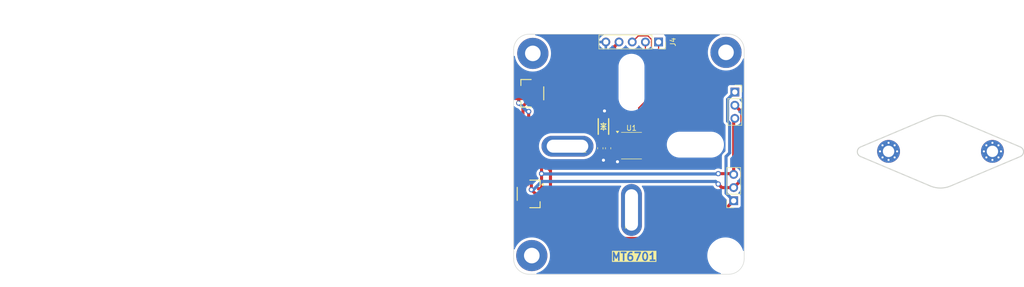
<source format=kicad_pcb>
(kicad_pcb (version 20240108) (generator "pcbnew") (generator_version "8.0")
  (layers (0 "F.Cu" signal) (31 "B.Cu" signal) (34 "B.Paste" user) (35 "F.Paste" user) (36 "B.SilkS" user "B.Silkscreen") (37 "F.SilkS" user "F.Silkscreen") (38 "B.Mask" user) (39 "F.Mask" user) (44 "Edge.Cuts" user))
  (net 0 "")
  (net 1 "GND")
  (net 2 "+3V3")
  (net 3 "/W")
  (net 4 "/V")
  (net 5 "/U")
  (net 6 "/CLK")
  (net 7 "/DO")
  (net 9 "/CSN")
  (footprint "Connector_PinSocket_2.54mm:PinSocket_1x03_P2.54mm_Vertical" (layer "F.Cu") (at 160.7 63.26)
    (property "Reference" "J2" (hide yes))
    (property "Value" "Conn_01x03")
    (fp_line (start -1.33 1.27) (end -1.33 6.41) (stroke (width 0.12)) (layer "F.SilkS"))
    (fp_line (start -1.33 1.27) (end 1.33 1.27) (stroke (width 0.12)) (layer "F.SilkS"))
    (fp_line (start -1.33 6.41) (end 1.33 6.41) (stroke (width 0.12)) (layer "F.SilkS"))
    (fp_line (start 0 -1.33) (end 1.33 -1.33) (stroke (width 0.12)) (layer "F.SilkS"))
    (fp_line (start 1.33 -1.33) (end 1.33 0) (stroke (width 0.12)) (layer "F.SilkS"))
    (fp_line (start 1.33 1.27) (end 1.33 6.41) (stroke (width 0.12)) (layer "F.SilkS"))
    (pad "1" thru_hole rect (at 0 0) (size 1.7 1.7) (drill 1) (layers "*.Cu" "*.Mask") (net 3 "/W"))
    (pad "2" thru_hole oval (at 0 2.54) (size 1.7 1.7) (drill 1) (layers "*.Cu" "*.Mask") (net 4 "/V"))
    (pad "3" thru_hole oval (at 0 5.08) (size 1.7 1.7) (drill 1) (layers "*.Cu" "*.Mask") (net 5 "/U"))
  )
  (footprint "dp:CONN-SMD_AFC10-S03QCA-00" (layer "F.Cu") (at 121.09 63.5 -90)
    (property "Reference" "J6" (hide yes))
    (property "Value" "Conn_01x03")
    (fp_line (start -2.66 1.592) (end -2.66 -0.391) (stroke (width 0.2)) (layer "F.SilkS"))
    (fp_line (start -1.504 1.592) (end -2.66 1.592) (stroke (width 0.2)) (layer "F.SilkS"))
    (fp_line (start 2.66 1.592) (end 1.504 1.592) (stroke (width 0.2)) (layer "F.SilkS"))
    (fp_line (start 2.66 1.592) (end 2.66 -0.391) (stroke (width 0.2)) (layer "F.SilkS"))
    (fp_line (start 1.26 -2.81) (end -1.26 -2.81) (stroke (width 0.2)) (layer "F.SilkS"))
    (fp_circle (center 1.8 2.1) (end 1.925 2.1) (stroke (width 0.25)) (fill none) (layer "F.SilkS"))
    (pad "1" smd rect (at 1 1.87 90) (size 0.6 1.71) (layers "F.Cu" "F.Paste" "F.Mask") (net 5 "/U"))
    (pad "2" smd rect (at 0 1.87 90) (size 0.6 1.71) (layers "F.Cu" "F.Paste" "F.Mask") (net 4 "/V"))
    (pad "3" smd rect (at -1 1.87 90) (size 0.6 1.71) (layers "F.Cu" "F.Paste" "F.Mask") (net 3 "/W"))
    (pad "4" smd rect (at -2.11 -1.87 90) (size 1.2 2.55) (layers "F.Cu" "F.Paste" "F.Mask"))
    (pad "5" smd rect (at 2.11 -1.87 90) (size 1.2 2.55) (layers "F.Cu" "F.Paste" "F.Mask"))
  )
  (footprint "Capacitor_SMD:C_0603_1608Metric_Pad1.08x0.95mm_HandSolder" (layer "F.Cu") (at 134.8 74.1 -90)
    (property "Reference" "C3" (hide yes))
    (property "Value" "100n")
    (fp_line (start -0.146267 0.51) (end 0.146267 0.51) (stroke (width 0.12)) (layer "F.SilkS"))
    (fp_line (start -0.146267 -0.51) (end 0.146267 -0.51) (stroke (width 0.12)) (layer "F.SilkS"))
    (pad "1" smd roundrect (at -0.8625 0 270) (size 1.075 0.95) (layers "F.Cu" "F.Paste" "F.Mask") (net 2 "+3V3"))
    (pad "2" smd roundrect (at 0.8625 0 270) (size 1.075 0.95) (layers "F.Cu" "F.Paste" "F.Mask") (net 1 "GND"))
  )
  (footprint "dp:MountingHole_2.5mm_Pad_TopBottom" (layer "F.Cu") (at 140.4 92.6)
    (property "Reference" "H2" (at 0 -3.5 0) (layer "F.SilkS"))
    (property "Value" "MountingHole")
    (pad "1" thru_hole oval (at 0.4 -6.6) (size 4 10) (drill oval 2.5 8) (layers "*.Cu" "*.Mask"))
  )
  (footprint "MountingHole:MountingHole_2.2mm_M2_Pad_Via" (layer "F.Cu") (at 210.3 74.7 90)
    (property "Reference" "H4" (hide yes))
    (property "Value" "MountingHole")
    (pad "1" thru_hole circle (at -1.65 0 90) (size 0.7 0.7) (drill 0.4) (layers "*.Cu" "*.Mask"))
    (pad "1" thru_hole circle (at -1.166726 -1.166726 90) (size 0.7 0.7) (drill 0.4) (layers "*.Cu" "*.Mask"))
    (pad "1" thru_hole circle (at -1.166726 1.166726 90) (size 0.7 0.7) (drill 0.4) (layers "*.Cu" "*.Mask"))
    (pad "1" thru_hole circle (at 0 -1.65 90) (size 0.7 0.7) (drill 0.4) (layers "*.Cu" "*.Mask"))
    (pad "1" thru_hole circle (at 0 0 90) (size 4.4 4.4) (drill 2.2) (layers "*.Cu" "*.Mask"))
    (pad "1" thru_hole circle (at 0 1.65 90) (size 0.7 0.7) (drill 0.4) (layers "*.Cu" "*.Mask"))
    (pad "1" thru_hole circle (at 1.166726 -1.166726 90) (size 0.7 0.7) (drill 0.4) (layers "*.Cu" "*.Mask"))
    (pad "1" thru_hole circle (at 1.166726 1.166726 90) (size 0.7 0.7) (drill 0.4) (layers "*.Cu" "*.Mask"))
    (pad "1" thru_hole circle (at 1.65 0 90) (size 0.7 0.7) (drill 0.4) (layers "*.Cu" "*.Mask"))
  )
  (footprint "MountingHole:MountingHole_3mm_Pad_TopBottom" (layer "F.Cu") (at 159 55.6)
    (property "Reference" "H8" (hide yes))
    (property "Value" "MountingHole")
    (pad "1" thru_hole circle (at 0 0) (size 3.4 3.4) (drill 3) (layers "*.Cu" "*.Mask"))
    (pad "1" connect circle (at 0 0) (size 6 6) (layers "F.Cu" "F.Mask"))
    (pad "1" connect circle (at 0 0) (size 6 6) (layers "B.Cu" "B.Mask"))
  )
  (footprint "dp:CONN-SMD_AFC10-S03QCA-00" (layer "F.Cu") (at 121.61 82.9 90)
    (property "Reference" "J5" (hide yes))
    (property "Value" "Conn_01x03")
    (fp_line (start 1.26 -2.81) (end -1.26 -2.81) (stroke (width 0.2)) (layer "F.SilkS"))
    (fp_line (start 2.66 1.592) (end 2.66 -0.391) (stroke (width 0.2)) (layer "F.SilkS"))
    (fp_line (start 2.66 1.592) (end 1.504 1.592) (stroke (width 0.2)) (layer "F.SilkS"))
    (fp_line (start -1.504 1.592) (end -2.66 1.592) (stroke (width 0.2)) (layer "F.SilkS"))
    (fp_line (start -2.66 1.592) (end -2.66 -0.391) (stroke (width 0.2)) (layer "F.SilkS"))
    (fp_circle (center 1.8 2.1) (end 1.925 2.1) (stroke (width 0.25)) (fill none) (layer "F.SilkS"))
    (pad "1" smd rect (at 1 1.87 270) (size 0.6 1.71) (layers "F.Cu" "F.Paste" "F.Mask") (net 5 "/U"))
    (pad "2" smd rect (at 0 1.87 270) (size 0.6 1.71) (layers "F.Cu" "F.Paste" "F.Mask") (net 4 "/V"))
    (pad "3" smd rect (at -1 1.87 270) (size 0.6 1.71) (layers "F.Cu" "F.Paste" "F.Mask") (net 3 "/W"))
    (pad "4" smd rect (at -2.11 -1.87 270) (size 1.2 2.55) (layers "F.Cu" "F.Paste" "F.Mask"))
    (pad "5" smd rect (at 2.11 -1.87 270) (size 1.2 2.55) (layers "F.Cu" "F.Paste" "F.Mask"))
  )
  (footprint "encoder:SMF5.0CA" (layer "F.Cu") (at 135.4 69.9 90)
    (property "Reference" "U2" (hide yes))
    (property "Value" "SMF5.0CA")
    (fp_line (start -1.504 -1) (end 1.496 -1) (stroke (width 0.254)) (layer "F.SilkS"))
    (fp_line (start -0.004 -0.508) (end -0.004 0.508) (stroke (width 0.15)) (layer "F.SilkS"))
    (fp_line (start -0.512 -0.508) (end -0.512 0.508) (stroke (width 0.15)) (layer "F.SilkS"))
    (fp_line (start -0.004 0) (end 0.504 -0.508) (stroke (width 0.15)) (layer "F.SilkS"))
    (fp_line (start -0.004 0) (end -0.512 -0.508) (stroke (width 0.15)) (layer "F.SilkS"))
    (fp_line (start -0.004 0) (end 0.504 0.508) (stroke (width 0.15)) (layer "F.SilkS"))
    (fp_line (start -0.004 0) (end -0.512 0.508) (stroke (width 0.15)) (layer "F.SilkS"))
    (fp_line (start -0.766 0) (end 0.758 0) (stroke (width 0.15)) (layer "F.SilkS"))
    (fp_line (start -0.004 0.254) (end -0.004 -0.254) (stroke (width 0.15)) (layer "F.SilkS"))
    (fp_line (start 0.504 0.508) (end 0.504 -0.508) (stroke (width 0.15)) (layer "F.SilkS"))
    (fp_line (start -1.504 1) (end 1.496 1) (stroke (width 0.254)) (layer "F.SilkS"))
    (pad "1" smd rect (at -1.656 0 90) (size 1.2 1.4) (layers "F.Cu" "F.Paste" "F.Mask") (net 2 "+3V3"))
    (pad "2" smd rect (at 1.656 0 90) (size 1.2 1.4) (layers "F.Cu" "F.Paste" "F.Mask") (net 1 "GND"))
  )
  (footprint "MountingHole:MountingHole_2.2mm_M2_Pad_Via" (layer "F.Cu") (at 190.3 74.7)
    (property "Reference" "H3" (hide yes))
    (property "Value" "MountingHole")
    (pad "1" thru_hole circle (at -1.65 0) (size 0.7 0.7) (drill 0.4) (layers "*.Cu" "*.Mask"))
    (pad "1" thru_hole circle (at -1.166726 -1.166726) (size 0.7 0.7) (drill 0.4) (layers "*.Cu" "*.Mask"))
    (pad "1" thru_hole circle (at -1.166726 1.166726) (size 0.7 0.7) (drill 0.4) (layers "*.Cu" "*.Mask"))
    (pad "1" thru_hole circle (at 0 -1.65) (size 0.7 0.7) (drill 0.4) (layers "*.Cu" "*.Mask"))
    (pad "1" thru_hole circle (at 0 0) (size 4.4 4.4) (drill 2.2) (layers "*.Cu" "*.Mask"))
    (pad "1" thru_hole circle (at 0 1.65) (size 0.7 0.7) (drill 0.4) (layers "*.Cu" "*.Mask"))
    (pad "1" thru_hole circle (at 1.166726 -1.166726) (size 0.7 0.7) (drill 0.4) (layers "*.Cu" "*.Mask"))
    (pad "1" thru_hole circle (at 1.166726 1.166726) (size 0.7 0.7) (drill 0.4) (layers "*.Cu" "*.Mask"))
    (pad "1" thru_hole circle (at 1.65 0) (size 0.7 0.7) (drill 0.4) (layers "*.Cu" "*.Mask"))
  )
  (footprint "Capacitor_SMD:C_0603_1608Metric_Pad1.08x0.95mm_HandSolder" (layer "F.Cu") (at 136.3 74.1 -90)
    (property "Reference" "C2" (hide yes))
    (property "Value" "1u")
    (fp_line (start -0.146267 0.51) (end 0.146267 0.51) (stroke (width 0.12)) (layer "F.SilkS"))
    (fp_line (start -0.146267 -0.51) (end 0.146267 -0.51) (stroke (width 0.12)) (layer "F.SilkS"))
    (pad "1" smd roundrect (at -0.8625 0 270) (size 1.075 0.95) (layers "F.Cu" "F.Paste" "F.Mask") (net 2 "+3V3"))
    (pad "2" smd roundrect (at 0.8625 0 270) (size 1.075 0.95) (layers "F.Cu" "F.Paste" "F.Mask") (net 1 "GND"))
  )
  (footprint "dp:MountingHole_2.5mm_Pad_TopBottom" (layer "F.Cu") (at 135.075 74.1 90)
    (property "Reference" "H1" (at 0 -3.5 90) (layer "F.SilkS"))
    (property "Value" "MountingHole")
    (pad "1" thru_hole oval (at 0.4 -6.6 90) (size 4 10) (drill oval 2.5 8) (layers "*.Cu" "*.Mask"))
  )
  (footprint "Package_SO:SO-8_3.9x4.9mm_P1.27mm" (layer "F.Cu") (at 140.8 73.6)
    (property "Reference" "U1" (at 0 -3.4 0) (layer "F.SilkS"))
    (property "Value" "MT6701CT")
    (fp_line (start 0 -2.56) (end -1.95 -2.56) (stroke (width 0.12)) (layer "F.SilkS"))
    (fp_line (start 0 -2.56) (end 1.95 -2.56) (stroke (width 0.12)) (layer "F.SilkS"))
    (fp_line (start 0 2.56) (end -1.95 2.56) (stroke (width 0.12)) (layer "F.SilkS"))
    (fp_line (start 0 2.56) (end 1.95 2.56) (stroke (width 0.12)) (layer "F.SilkS"))
    (fp_poly (pts (xy -2.7 -2.465) (xy -2.94 -2.795) (xy -2.46 -2.795) (xy -2.7 -2.465)) (stroke (width 0.12)) (fill solid) (layer "F.SilkS"))
    (pad "1" smd roundrect (at -2.575 -1.905) (size 1.75 0.6) (layers "F.Cu" "F.Paste" "F.Mask") (net 2 "+3V3"))
    (pad "2" smd roundrect (at -2.575 -0.635) (size 1.75 0.6) (layers "F.Cu" "F.Paste" "F.Mask") (net 2 "+3V3"))
    (pad "3" smd roundrect (at -2.575 0.635) (size 1.75 0.6) (layers "F.Cu" "F.Paste" "F.Mask"))
    (pad "4" smd roundrect (at -2.575 1.905) (size 1.75 0.6) (layers "F.Cu" "F.Paste" "F.Mask") (net 1 "GND"))
    (pad "5" smd roundrect (at 2.575 1.905) (size 1.75 0.6) (layers "F.Cu" "F.Paste" "F.Mask"))
    (pad "6" smd roundrect (at 2.575 0.635) (size 1.75 0.6) (layers "F.Cu" "F.Paste" "F.Mask") (net 7 "/DO"))
    (pad "7" smd roundrect (at 2.575 -0.635) (size 1.75 0.6) (layers "F.Cu" "F.Paste" "F.Mask") (net 6 "/CLK"))
    (pad "8" smd roundrect (at 2.575 -1.905) (size 1.75 0.6) (layers "F.Cu" "F.Paste" "F.Mask") (net 9 "/CSN"))
  )
  (footprint "MountingHole:MountingHole_3mm_Pad_TopBottom" (layer "F.Cu") (at 121.8 55.8)
    (property "Reference" "H5" (hide yes))
    (property "Value" "MountingHole")
    (pad "1" thru_hole circle (at 0 0) (size 3.4 3.4) (drill 3) (layers "*.Cu" "*.Mask"))
    (pad "1" connect circle (at 0 0) (size 6 6) (layers "F.Cu" "F.Mask"))
    (pad "1" connect circle (at 0 0) (size 6 6) (layers "B.Cu" "B.Mask"))
  )
  (footprint "Connector_PinSocket_2.54mm:PinSocket_1x05_P2.54mm_Vertical" (layer "F.Cu") (at 146.02 53.6 -90)
    (property "Reference" "J4" (at 0 -2.77 90) (layer "F.SilkS"))
    (property "Value" "Conn_01x05")
    (fp_line (start -1.33 11.49) (end 1.33 11.49) (stroke (width 0.12)) (layer "F.SilkS"))
    (fp_line (start -1.33 1.27) (end -1.33 11.49) (stroke (width 0.12)) (layer "F.SilkS"))
    (fp_line (start -1.33 1.27) (end 1.33 1.27) (stroke (width 0.12)) (layer "F.SilkS"))
    (fp_line (start 1.33 1.27) (end 1.33 11.49) (stroke (width 0.12)) (layer "F.SilkS"))
    (fp_line (start 0 -1.33) (end 1.33 -1.33) (stroke (width 0.12)) (layer "F.SilkS"))
    (fp_line (start 1.33 -1.33) (end 1.33 0) (stroke (width 0.12)) (layer "F.SilkS"))
    (pad "1" thru_hole rect (at 0 0 270) (size 1.7 1.7) (drill 1) (layers "*.Cu" "*.Mask") (net 7 "/DO"))
    (pad "2" thru_hole oval (at 0 2.54 270) (size 1.7 1.7) (drill 1) (layers "*.Cu" "*.Mask") (net 6 "/CLK"))
    (pad "3" thru_hole oval (at 0 5.08 270) (size 1.7 1.7) (drill 1) (layers "*.Cu" "*.Mask") (net 9 "/CSN"))
    (pad "4" thru_hole oval (at 0 7.62 270) (size 1.7 1.7) (drill 1) (layers "*.Cu" "*.Mask") (net 2 "+3V3"))
    (pad "5" thru_hole oval (at 0 10.16 270) (size 1.7 1.7) (drill 1) (layers "*.Cu" "*.Mask") (net 1 "GND"))
  )
  (footprint "Connector_PinSocket_2.54mm:PinSocket_1x03_P2.54mm_Vertical" (layer "F.Cu") (at 160.475 84.225 180)
    (property "Reference" "J1" (hide yes))
    (property "Value" "Conn_01x03")
    (fp_line (start 1.33 1.27) (end 1.33 6.41) (stroke (width 0.12)) (layer "F.SilkS"))
    (fp_line (start 1.33 -1.33) (end 1.33 0) (stroke (width 0.12)) (layer "F.SilkS"))
    (fp_line (start 0 -1.33) (end 1.33 -1.33) (stroke (width 0.12)) (layer "F.SilkS"))
    (fp_line (start -1.33 6.41) (end 1.33 6.41) (stroke (width 0.12)) (layer "F.SilkS"))
    (fp_line (start -1.33 1.27) (end 1.33 1.27) (stroke (width 0.12)) (layer "F.SilkS"))
    (fp_line (start -1.33 1.27) (end -1.33 6.41) (stroke (width 0.12)) (layer "F.SilkS"))
    (pad "1" thru_hole rect (at 0 0 180) (size 1.7 1.7) (drill 1) (layers "*.Cu" "*.Mask") (net 3 "/W"))
    (pad "2" thru_hole oval (at 0 2.54 180) (size 1.7 1.7) (drill 1) (layers "*.Cu" "*.Mask") (net 4 "/V"))
    (pad "3" thru_hole oval (at 0 5.08 180) (size 1.7 1.7) (drill 1) (layers "*.Cu" "*.Mask") (net 5 "/U"))
  )
  (footprint "MountingHole:MountingHole_3mm_Pad_TopBottom" (layer "F.Cu") (at 121.6 94.8)
    (property "Reference" "H6" (hide yes))
    (property "Value" "MountingHole")
    (pad "1" thru_hole circle (at 0 0) (size 3.4 3.4) (drill 3) (layers "*.Cu" "*.Mask"))
    (pad "1" connect circle (at 0 0) (size 6 6) (layers "F.Cu" "F.Mask"))
    (pad "1" connect circle (at 0 0) (size 6 6) (layers "B.Cu" "B.Mask"))
  )
  (gr_arc (start 118.1 55.1) (mid 118.97868 52.97868) (end 121.1 52.1) (stroke (width 0.1)) (layer "Edge.Cuts"))
  (gr_line (start 184.9 73.85) (end 198.342121 68.165857) (stroke (width 0.2)) (layer "Edge.Cuts"))
  (gr_arc (start 162.5 95.4) (mid 161.62132 97.52132) (end 159.5 98.4) (stroke (width 0.1)) (layer "Edge.Cuts"))
  (gr_line (start 198.342121 81.376241) (end 184.9 75.692098) (stroke (width 0.2)) (layer "Edge.Cuts"))
  (gr_line (start 215.67895 75.692098) (end 202.236829 81.376242) (stroke (width 0.2)) (layer "Edge.Cuts"))
  (gr_arc (start 215.678946 73.85001) (mid 216.289475 74.771049) (end 215.678946 75.692088) (stroke (width 0.2)) (layer "Edge.Cuts"))
  (gr_line (start 159.5 98.4) (end 121.1 98.4) (stroke (width 0.1)) (layer "Edge.Cuts"))
  (gr_line (start 215.678946 73.85001) (end 215.67895 73.85) (stroke (width 0.2)) (layer "Edge.Cuts"))
  (gr_arc (start 121.1 98.4) (mid 118.97868 97.52132) (end 118.1 95.4) (stroke (width 0.1)) (layer "Edge.Cuts"))
  (gr_arc (start 159.5 52.1) (mid 161.62132 52.97868) (end 162.5 55.1) (stroke (width 0.1)) (layer "Edge.Cuts"))
  (gr_line (start 202.236829 68.165857) (end 215.67895 73.85) (stroke (width 0.2)) (layer "Edge.Cuts"))
  (gr_line (start 118.1 95.4) (end 118.1 55.1) (stroke (width 0.1)) (layer "Edge.Cuts"))
  (gr_line (start 121.1 52.1) (end 159.5 52.1) (stroke (width 0.1)) (layer "Edge.Cuts"))
  (gr_line (start 184.900004 75.692088) (end 184.9 75.692098) (stroke (width 0.2)) (layer "Edge.Cuts"))
  (gr_line (start 162.5 55.1) (end 162.5 95.4) (stroke (width 0.1)) (layer "Edge.Cuts"))
  (gr_arc (start 184.900004 75.692088) (mid 184.289475 74.771049) (end 184.900004 73.85001) (stroke (width 0.2)) (layer "Edge.Cuts"))
  (gr_arc (start 202.236829 81.376242) (mid 200.289475 81.771049) (end 198.342121 81.376241) (stroke (width 0.2)) (layer "Edge.Cuts"))
  (gr_line (start 215.678946 75.692088) (end 215.67895 75.692098) (stroke (width 0.2)) (layer "Edge.Cuts"))
  (gr_line (start 184.900004 73.85001) (end 184.9 73.85) (stroke (width 0.2)) (layer "Edge.Cuts"))
  (gr_arc (start 198.342121 68.165857) (mid 200.289475 67.771049) (end 202.236829 68.165857) (stroke (width 0.2)) (layer "Edge.Cuts"))
  (gr_text "MT6701" (at 136.8 95.9 0) (layer "F.SilkS" knockout) (effects (font (size 1.5 1.5) (thickness 0.3) (bold yes)) (justify left bottom)))
  (segment (start 135.4 67.1) (end 135.6 66.9) (width 0.6) (layer "F.Cu") (net 1))
  (segment (start 135.3425 76.3425) (end 135.4 76.4) (width 0.6) (layer "F.Cu") (net 1))
  (segment (start 135.3425 75.505) (end 135.3425 76.3425) (width 0.6) (layer "F.Cu") (net 1))
  (segment (start 138.225 76.575) (end 138.1 76.7) (width 0.6) (layer "F.Cu") (net 1))
  (segment (start 134.8 74.9625) (end 135.3425 75.505) (width 0.6) (layer "F.Cu") (net 1))
  (segment (start 135.3425 75.505) (end 138.225 75.505) (width 0.6) (layer "F.Cu") (net 1))
  (segment (start 138.225 75.505) (end 138.225 76.575) (width 0.6) (layer "F.Cu") (net 1))
  (segment (start 135.4 68.244) (end 135.4 67.1) (width 0.6) (layer "F.Cu") (net 1))
  (via (at 135.4 76.4) (size 1) (drill 0.6) (layers "F.Cu" "B.Cu") (net 1))
  (via (at 138.1 76.7) (size 1) (drill 0.6) (layers "F.Cu" "B.Cu") (net 1))
  (via (at 135.6 66.9) (size 1) (drill 0.6) (layers "F.Cu" "B.Cu") (net 1))
  (segment (start 138.4 53.6) (end 137.55 54.45) (width 0.6) (layer "F.Cu") (net 2))
  (segment (start 137.55 72.29) (end 138.225 72.965) (width 0.6) (layer "F.Cu") (net 2))
  (segment (start 137.55 54.45) (end 137.55 72.29) (width 0.6) (layer "F.Cu") (net 2))
  (segment (start 119.42 62.5) (end 122.925 62.5) (width 0.6) (layer "F.Cu") (net 3))
  (segment (start 153.2 91.5) (end 130.248629 91.5) (width 0.6) (layer "F.Cu") (net 3))
  (segment (start 122.925 62.5) (end 124.935 64.51) (width 0.6) (layer "F.Cu") (net 3))
  (segment (start 124.935 64.51) (end 124.935 69.704466) (width 0.6) (layer "F.Cu") (net 3))
  (segment (start 125.2 83) (end 125.2 83.635) (width 0.6) (layer "F.Cu") (net 3))
  (segment (start 122.98 84.231371) (end 122.98 83.9) (width 0.6) (layer "F.Cu") (net 3))
  (segment (start 121.975 72.664466) (end 121.975 75.175) (width 0.6) (layer "F.Cu") (net 3))
  (segment (start 124.935 69.704466) (end 121.975 72.664466) (width 0.6) (layer "F.Cu") (net 3))
  (segment (start 125.2 83.635) (end 124.935 83.9) (width 0.6) (layer "F.Cu") (net 3))
  (segment (start 124.935 83.9) (end 123.78 83.9) (width 0.6) (layer "F.Cu") (net 3))
  (segment (start 125.2 78.4) (end 125.2 83) (width 0.6) (layer "F.Cu") (net 3))
  (segment (start 121.975 75.175) (end 125.2 78.4) (width 0.6) (layer "F.Cu") (net 3))
  (segment (start 160.475 84.225) (end 153.2 91.5) (width 0.6) (layer "F.Cu") (net 3))
  (segment (start 130.248629 91.5) (end 122.98 84.231371) (width 0.6) (layer "F.Cu") (net 3))
  (segment (start 159 82.75) (end 159 75.7) (width 0.6) (layer "B.Cu") (net 3))
  (segment (start 159.7 75) (end 159.7 69.249189) (width 0.6) (layer "B.Cu") (net 3))
  (segment (start 160.475 84.225) (end 159 82.75) (width 0.6) (layer "B.Cu") (net 3))
  (segment (start 159.3 68.849189) (end 159.3 64.66) (width 0.6) (layer "B.Cu") (net 3))
  (segment (start 159.7 69.249189) (end 159.3 68.849189) (width 0.6) (layer "B.Cu") (net 3))
  (segment (start 159.3 64.66) (end 160.7 63.26) (width 0.6) (layer "B.Cu") (net 3))
  (segment (start 159 75.7) (end 159.7 75) (width 0.6) (layer "B.Cu") (net 3))
  (segment (start 120.4 63.5) (end 119.42 63.5) (width 0.6) (layer "F.Cu") (net 4))
  (segment (start 157.5 81) (end 158.185 81.685) (width 0.6) (layer "F.Cu") (net 4))
  (segment (start 162.05 67.15) (end 162.05 80.11) (width 0.6) (layer "F.Cu") (net 4))
  (segment (start 120.8 65.075) (end 120.8 63.9) (width 0.6) (layer "F.Cu") (net 4))
  (segment (start 119.9 77.9) (end 119.9 65.975) (width 0.6) (layer "F.Cu") (net 4))
  (segment (start 120.8 63.9) (end 120.4 63.5) (width 0.6) (layer "F.Cu") (net 4))
  (segment (start 123.78 82.9) (end 122.325 82.9) (width 0.6) (layer "F.Cu") (net 4))
  (segment (start 122.325 82.9) (end 123.48 82.9) (width 0.6) (layer "F.Cu") (net 4))
  (segment (start 162.05 80.11) (end 160.475 81.685) (width 0.6) (layer "F.Cu") (net 4))
  (segment (start 160.7 65.8) (end 162.05 67.15) (width 0.6) (layer "F.Cu") (net 4))
  (segment (start 121.515 82.09) (end 121.515 79.515) (width 0.6) (layer "F.Cu") (net 4))
  (segment (start 121.515 79.515) (end 119.9 77.9) (width 0.6) (layer "F.Cu") (net 4))
  (segment (start 122.325 82.9) (end 121.515 82.09) (width 0.6) (layer "F.Cu") (net 4))
  (segment (start 158.185 81.685) (end 160.475 81.685) (width 0.6) (layer "F.Cu") (net 4))
  (segment (start 119.9 65.975) (end 120.8 65.075) (width 0.6) (layer "F.Cu") (net 4))
  (via (at 157.5 81) (size 1) (drill 0.6) (layers "F.Cu" "B.Cu") (net 4))
  (via (at 121.515 82.09) (size 1) (drill 0.6) (layers "F.Cu" "B.Cu") (net 4))
  (segment (start 121.91 82.09) (end 121.515 82.09) (width 0.6) (layer "B.Cu") (net 4))
  (segment (start 157.5 81) (end 157 80.5) (width 0.6) (layer "B.Cu") (net 4))
  (segment (start 157 80.5) (end 123.5 80.5) (width 0.6) (layer "B.Cu") (net 4))
  (segment (start 123.5 80.5) (end 121.91 82.09) (width 0.6) (layer "B.Cu") (net 4))
  (segment (start 123.48 79) (end 123.48 77.98) (width 0.6) (layer "F.Cu") (net 5))
  (segment (start 160.475 68.565) (end 160.7 68.34) (width 0.6) (layer "F.Cu") (net 5))
  (segment (start 121 75.5) (end 121 67) (width 0.6) (layer "F.Cu") (net 5))
  (segment (start 160.33 79) (end 160.475 79.145) (width 0.6) (layer "F.Cu") (net 5))
  (segment (start 157.5 79) (end 160.33 79) (width 0.6) (layer "F.Cu") (net 5))
  (segment (start 119.08839 65.391655) (end 119.08839 64.63161) (width 0.6) (layer "F.Cu") (net 5))
  (segment (start 123.48 81.9) (end 123.48 79) (width 0.6) (layer "F.Cu") (net 5))
  (segment (start 119.08839 64.63161) (end 119.22 64.5) (width 0.6) (layer "F.Cu") (net 5))
  (segment (start 160.475 79.145) (end 160.475 68.565) (width 0.6) (layer "F.Cu") (net 5))
  (segment (start 123.48 77.98) (end 121 75.5) (width 0.6) (layer "F.Cu") (net 5))
  (via (at 121 67) (size 1) (drill 0.6) (layers "F.Cu" "B.Cu") (net 5))
  (via (at 123.48 79) (size 1) (drill 0.6) (layers "F.Cu" "B.Cu") (net 5))
  (via (at 119.08839 65.391655) (size 1) (drill 0.6) (layers "F.Cu" "B.Cu") (net 5))
  (via (at 157.5 79) (size 1) (drill 0.6) (layers "F.Cu" "B.Cu") (net 5))
  (segment (start 157.442893 79.057107) (end 157.5 79) (width 0.6) (layer "B.Cu") (net 5))
  (segment (start 123.48 79) (end 123.537107 79.057107) (width 0.6) (layer "B.Cu") (net 5))
  (segment (start 120.696735 67) (end 119.08839 65.391655) (width 0.6) (layer "B.Cu") (net 5))
  (segment (start 123.537107 79.057107) (end 157.442893 79.057107) (width 0.6) (layer "B.Cu") (net 5))
  (segment (start 121 67) (end 120.696735 67) (width 0.6) (layer "B.Cu") (net 5))
  (segment (start 142.175 72.639999) (end 142.175 66.325) (width 0.25) (layer "F.Cu") (net 6))
  (segment (start 143.48 65.02) (end 143.48 53.6) (width 0.25) (layer "F.Cu") (net 6))
  (segment (start 142.500001 72.965) (end 142.175 72.639999) (width 0.25) (layer "F.Cu") (net 6))
  (segment (start 143.375 72.965) (end 142.500001 72.965) (width 0.25) (layer "F.Cu") (net 6))
  (segment (start 142.175 66.325) (end 143.48 65.02) (width 0.25) (layer "F.Cu") (net 6))
  (segment (start 144.249999 74.235) (end 143.375 74.235) (width 0.25) (layer "F.Cu") (net 7))
  (segment (start 146.02 53.6) (end 146.02 72.464999) (width 0.25) (layer "F.Cu") (net 7))
  (segment (start 146.02 72.464999) (end 144.249999 74.235) (width 0.25) (layer "F.Cu") (net 7))
  (segment (start 143.966701 52.425) (end 142.115 52.425) (width 0.25) (layer "F.Cu") (net 9))
  (segment (start 142.115 52.425) (end 140.94 53.6) (width 0.25) (layer "F.Cu") (net 9))
  (segment (start 144.655 53.113299) (end 143.966701 52.425) (width 0.25) (layer "F.Cu") (net 9))
  (segment (start 144.655 70.415) (end 144.655 53.113299) (width 0.25) (layer "F.Cu") (net 9))
  (segment (start 143.375 71.695) (end 144.655 70.415) (width 0.25) (layer "F.Cu") (net 9))
  (zone (net 2) (net_name "+3V3") (layer "F.Cu") (priority 1) (connect_pads yes (clearance 0.5)) (min_thickness 0.25) (fill yes (thermal_gap 0.5) (thermal_bridge_width 0.5))
    (polygon (pts (xy 134.1 70.6) (xy 139.4 70.8) (xy 139.5 73.5) (xy 136.3 74.1) (xy 134.1 74) (xy 134 70.6)))
  )
  (zone (net 1) (net_name "GND") (layer "B.Cu") (connect_pads (clearance 0.5)) (min_thickness 0.25) (fill yes (thermal_gap 0.5) (thermal_bridge_width 0.5))
    (polygon (pts (xy 112.8 45.5) (xy 165.3 48.4) (xy 165.9 100.9) (xy 115 100.3)))
  )
)
</source>
